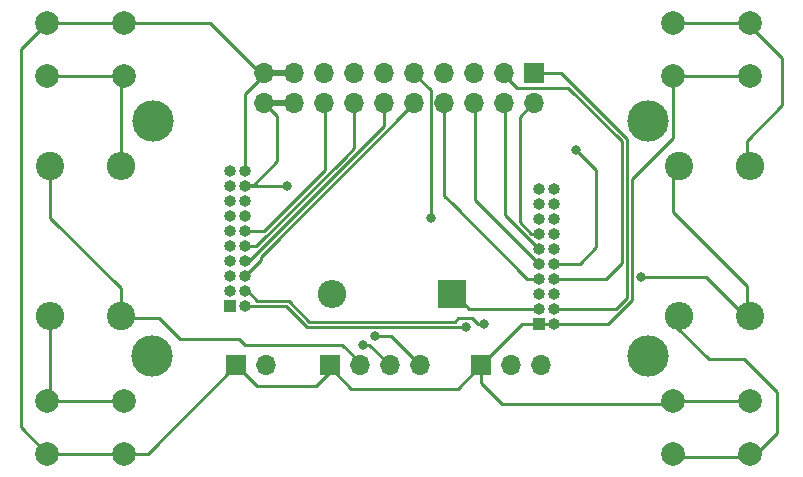
<source format=gbr>
%TF.GenerationSoftware,KiCad,Pcbnew,(6.0.5)*%
%TF.CreationDate,2023-09-26T15:27:10-04:00*%
%TF.ProjectId,lcd_128_io_board,6c63645f-3132-4385-9f69-6f5f626f6172,rev?*%
%TF.SameCoordinates,Original*%
%TF.FileFunction,Copper,L1,Top*%
%TF.FilePolarity,Positive*%
%FSLAX46Y46*%
G04 Gerber Fmt 4.6, Leading zero omitted, Abs format (unit mm)*
G04 Created by KiCad (PCBNEW (6.0.5)) date 2023-09-26 15:27:10*
%MOMM*%
%LPD*%
G01*
G04 APERTURE LIST*
%TA.AperFunction,ComponentPad*%
%ADD10C,2.000000*%
%TD*%
%TA.AperFunction,ComponentPad*%
%ADD11R,1.700000X1.700000*%
%TD*%
%TA.AperFunction,ComponentPad*%
%ADD12O,1.700000X1.700000*%
%TD*%
%TA.AperFunction,ComponentPad*%
%ADD13C,2.400000*%
%TD*%
%TA.AperFunction,ComponentPad*%
%ADD14O,2.400000X2.400000*%
%TD*%
%TA.AperFunction,ComponentPad*%
%ADD15R,2.400000X2.400000*%
%TD*%
%TA.AperFunction,ComponentPad*%
%ADD16R,1.000000X1.000000*%
%TD*%
%TA.AperFunction,ComponentPad*%
%ADD17O,1.000000X1.000000*%
%TD*%
%TA.AperFunction,ViaPad*%
%ADD18C,3.500000*%
%TD*%
%TA.AperFunction,ViaPad*%
%ADD19C,0.800000*%
%TD*%
%TA.AperFunction,Conductor*%
%ADD20C,0.250000*%
%TD*%
%TA.AperFunction,Conductor*%
%ADD21C,0.500000*%
%TD*%
G04 APERTURE END LIST*
D10*
%TO.P,SW1,1,1*%
%TO.N,GND*%
X159250000Y-126500000D03*
X152750000Y-126500000D03*
%TO.P,SW1,2,2*%
%TO.N,GP28*%
X159250000Y-131000000D03*
X152750000Y-131000000D03*
%TD*%
D11*
%TO.P,J5,1,Pin_1*%
%TO.N,GND*%
X123700000Y-123500000D03*
D12*
%TO.P,J5,2,Pin_2*%
%TO.N,VDD*%
X126240000Y-123500000D03*
%TO.P,J5,3,Pin_3*%
%TO.N,SDA*%
X128780000Y-123500000D03*
%TO.P,J5,4,Pin_4*%
%TO.N,SCL*%
X131320000Y-123500000D03*
%TD*%
D13*
%TO.P,R4,1*%
%TO.N,VDD*%
X159250000Y-119350000D03*
D14*
%TO.P,R4,2*%
%TO.N,GP27*%
X159250000Y-106650000D03*
%TD*%
D10*
%TO.P,SW3,1,1*%
%TO.N,GND*%
X99750000Y-94500000D03*
X106250000Y-94500000D03*
%TO.P,SW3,2,2*%
%TO.N,GP14*%
X99750000Y-99000000D03*
X106250000Y-99000000D03*
%TD*%
D11*
%TO.P,J6,1,Pin_1*%
%TO.N,AREF*%
X141000000Y-98725000D03*
D12*
%TO.P,J6,2,Pin_2*%
%TO.N,GP19*%
X141000000Y-101265000D03*
%TO.P,J6,3,Pin_3*%
%TO.N,RUN*%
X138460000Y-98725000D03*
%TO.P,J6,4,Pin_4*%
%TO.N,GP20*%
X138460000Y-101265000D03*
%TO.P,J6,5,Pin_5*%
%TO.N,BAT_ADC*%
X135920000Y-98725000D03*
%TO.P,J6,6,Pin_6*%
%TO.N,GP21*%
X135920000Y-101265000D03*
%TO.P,J6,7,Pin_7*%
%TO.N,GP26*%
X133380000Y-98725000D03*
%TO.P,J6,8,Pin_8*%
%TO.N,GP22*%
X133380000Y-101265000D03*
%TO.P,J6,9,Pin_9*%
%TO.N,GP18*%
X130840000Y-98725000D03*
%TO.P,J6,10,Pin_10*%
%TO.N,GP2*%
X130840000Y-101265000D03*
%TO.P,J6,11,Pin_11*%
%TO.N,GP17*%
X128300000Y-98725000D03*
%TO.P,J6,12,Pin_12*%
%TO.N,GP3*%
X128300000Y-101265000D03*
%TO.P,J6,13,Pin_13*%
%TO.N,GP16*%
X125760000Y-98725000D03*
%TO.P,J6,14,Pin_14*%
%TO.N,GP4*%
X125760000Y-101265000D03*
%TO.P,J6,15,Pin_15*%
%TO.N,GP15*%
X123220000Y-98725000D03*
%TO.P,J6,16,Pin_16*%
%TO.N,GP5*%
X123220000Y-101265000D03*
%TO.P,J6,17,Pin_17*%
%TO.N,GND*%
X120680000Y-98725000D03*
%TO.P,J6,18,Pin_18*%
%TO.N,VDD*%
X120680000Y-101265000D03*
%TO.P,J6,19,Pin_19*%
%TO.N,GND*%
X118140000Y-98725000D03*
%TO.P,J6,20,Pin_20*%
%TO.N,VDD*%
X118140000Y-101265000D03*
%TD*%
D15*
%TO.P,D1,1,K*%
%TO.N,VDD*%
X134000000Y-117500000D03*
D14*
%TO.P,D1,2,A*%
%TO.N,Net-(D1-Pad2)*%
X123840000Y-117500000D03*
%TD*%
D11*
%TO.P,J1,1,Pin_1*%
%TO.N,GND*%
X136475000Y-123500000D03*
D12*
%TO.P,J1,2,Pin_2*%
%TO.N,UART_TX*%
X139015000Y-123500000D03*
%TO.P,J1,3,Pin_3*%
%TO.N,UART_RX*%
X141555000Y-123500000D03*
%TD*%
D11*
%TO.P,J2,1,Pin_1*%
%TO.N,GND*%
X115725000Y-123500000D03*
D12*
%TO.P,J2,2,Pin_2*%
%TO.N,Net-(D1-Pad2)*%
X118265000Y-123500000D03*
%TD*%
D13*
%TO.P,R1,1*%
%TO.N,VDD*%
X153250000Y-106650000D03*
D14*
%TO.P,R1,2*%
%TO.N,GP28*%
X153250000Y-119350000D03*
%TD*%
D10*
%TO.P,SW4,1,1*%
%TO.N,GND*%
X159250000Y-99000000D03*
X152750000Y-99000000D03*
%TO.P,SW4,2,2*%
%TO.N,GP27*%
X159250000Y-94500000D03*
X152750000Y-94500000D03*
%TD*%
D13*
%TO.P,R3,1*%
%TO.N,VDD*%
X106000000Y-119350000D03*
D14*
%TO.P,R3,2*%
%TO.N,GP14*%
X106000000Y-106650000D03*
%TD*%
D13*
%TO.P,R2,1*%
%TO.N,VDD*%
X100000000Y-106650000D03*
D14*
%TO.P,R2,2*%
%TO.N,GP13*%
X100000000Y-119350000D03*
%TD*%
D10*
%TO.P,SW2,1,1*%
%TO.N,GND*%
X99750000Y-131000000D03*
X106250000Y-131000000D03*
%TO.P,SW2,2,2*%
%TO.N,GP13*%
X106250000Y-126500000D03*
X99750000Y-126500000D03*
%TD*%
D16*
%TO.P,J3,1,Pin_1*%
%TO.N,LCD_DC*%
X115230000Y-118500000D03*
D17*
%TO.P,J3,2,Pin_2*%
%TO.N,UART_TX*%
X116500000Y-118500000D03*
%TO.P,J3,3,Pin_3*%
%TO.N,LCD_CS*%
X115230000Y-117230000D03*
%TO.P,J3,4,Pin_4*%
%TO.N,UART_RX*%
X116500000Y-117230000D03*
%TO.P,J3,5,Pin_5*%
%TO.N,LCD_CLK*%
X115230000Y-115960000D03*
%TO.P,J3,6,Pin_6*%
%TO.N,GP2*%
X116500000Y-115960000D03*
%TO.P,J3,7,Pin_7*%
%TO.N,LCD_DIN*%
X115230000Y-114690000D03*
%TO.P,J3,8,Pin_8*%
%TO.N,GP3*%
X116500000Y-114690000D03*
%TO.P,J3,9,Pin_9*%
%TO.N,LCD_RST*%
X115230000Y-113420000D03*
%TO.P,J3,10,Pin_10*%
%TO.N,GP4*%
X116500000Y-113420000D03*
%TO.P,J3,11,Pin_11*%
%TO.N,GP13*%
X115230000Y-112150000D03*
%TO.P,J3,12,Pin_12*%
%TO.N,GP5*%
X116500000Y-112150000D03*
%TO.P,J3,13,Pin_13*%
%TO.N,GP14*%
X115230000Y-110880000D03*
%TO.P,J3,14,Pin_14*%
%TO.N,SDA*%
X116500000Y-110880000D03*
%TO.P,J3,15,Pin_15*%
%TO.N,GP15*%
X115230000Y-109610000D03*
%TO.P,J3,16,Pin_16*%
%TO.N,SCL*%
X116500000Y-109610000D03*
%TO.P,J3,17,Pin_17*%
%TO.N,SWCLK*%
X115230000Y-108340000D03*
%TO.P,J3,18,Pin_18*%
%TO.N,VDD*%
X116500000Y-108340000D03*
%TO.P,J3,19,Pin_19*%
%TO.N,SWDIO*%
X115230000Y-107070000D03*
%TO.P,J3,20,Pin_20*%
%TO.N,GND*%
X116500000Y-107070000D03*
%TD*%
D16*
%TO.P,J4,1,Pin_1*%
%TO.N,GND*%
X141375000Y-119975000D03*
D17*
%TO.P,J4,2,Pin_2*%
X142645000Y-119975000D03*
%TO.P,J4,3,Pin_3*%
%TO.N,VDD*%
X141375000Y-118705000D03*
%TO.P,J4,4,Pin_4*%
%TO.N,AREF*%
X142645000Y-118705000D03*
%TO.P,J4,5,Pin_5*%
%TO.N,IMU_INT1*%
X141375000Y-117435000D03*
%TO.P,J4,6,Pin_6*%
%TO.N,BOOT*%
X142645000Y-117435000D03*
%TO.P,J4,7,Pin_7*%
%TO.N,GP22*%
X141375000Y-116165000D03*
%TO.P,J4,8,Pin_8*%
%TO.N,RUN*%
X142645000Y-116165000D03*
%TO.P,J4,9,Pin_9*%
%TO.N,GP21*%
X141375000Y-114895000D03*
%TO.P,J4,10,Pin_10*%
%TO.N,BAT_ADC*%
X142645000Y-114895000D03*
%TO.P,J4,11,Pin_11*%
%TO.N,GP20*%
X141375000Y-113625000D03*
%TO.P,J4,12,Pin_12*%
%TO.N,GP28*%
X142645000Y-113625000D03*
%TO.P,J4,13,Pin_13*%
%TO.N,GP19*%
X141375000Y-112355000D03*
%TO.P,J4,14,Pin_14*%
%TO.N,GP27*%
X142645000Y-112355000D03*
%TO.P,J4,15,Pin_15*%
%TO.N,GP18*%
X141375000Y-111085000D03*
%TO.P,J4,16,Pin_16*%
%TO.N,GP26*%
X142645000Y-111085000D03*
%TO.P,J4,17,Pin_17*%
%TO.N,GP17*%
X141375000Y-109815000D03*
%TO.P,J4,18,Pin_18*%
%TO.N,LCD_BL*%
X142645000Y-109815000D03*
%TO.P,J4,19,Pin_19*%
%TO.N,GP16*%
X141375000Y-108545000D03*
%TO.P,J4,20,Pin_20*%
%TO.N,IMU_INT2*%
X142645000Y-108545000D03*
%TD*%
D18*
%TO.N,*%
X150620000Y-122750000D03*
X108630000Y-122740000D03*
X108680000Y-102810000D03*
X150600000Y-102840000D03*
D19*
%TO.N,VDD*%
X150000000Y-116000000D03*
X120090000Y-108340000D03*
%TO.N,UART_TX*%
X135250000Y-120250000D03*
%TO.N,UART_RX*%
X136750000Y-120000000D03*
%TO.N,SDA*%
X126500000Y-121750000D03*
%TO.N,SCL*%
X127500000Y-121000000D03*
%TO.N,BAT_ADC*%
X144500000Y-105250000D03*
%TO.N,GP18*%
X132250000Y-111000000D03*
%TD*%
D20*
%TO.N,VDD*%
X109250000Y-119500000D02*
X106000000Y-119500000D01*
X135455000Y-118705000D02*
X134250000Y-117500000D01*
D21*
X120680000Y-101265000D02*
X118265000Y-101265000D01*
D20*
X141375000Y-118705000D02*
X135455000Y-118705000D01*
X159000000Y-119500000D02*
X155500000Y-116000000D01*
X119250000Y-106250000D02*
X117250000Y-108250000D01*
X116000000Y-121250000D02*
X111000000Y-121250000D01*
X106000000Y-119350000D02*
X106000000Y-117000000D01*
X159000000Y-116750000D02*
X152750000Y-110500000D01*
X111000000Y-121250000D02*
X109250000Y-119500000D01*
X155500000Y-116000000D02*
X150000000Y-116000000D01*
X126250000Y-123250000D02*
X124750000Y-121750000D01*
X159000000Y-119350000D02*
X159000000Y-116750000D01*
X152750000Y-110500000D02*
X152750000Y-106500000D01*
X117250000Y-108250000D02*
X116500000Y-108250000D01*
X124750000Y-121750000D02*
X116500000Y-121750000D01*
X116500000Y-108340000D02*
X120090000Y-108340000D01*
X100000000Y-111000000D02*
X100000000Y-106250000D01*
X119250000Y-102375000D02*
X119250000Y-106250000D01*
X118140000Y-101265000D02*
X119250000Y-102375000D01*
X126250000Y-123750000D02*
X126250000Y-123250000D01*
X116500000Y-121750000D02*
X116000000Y-121250000D01*
X106000000Y-117000000D02*
X100000000Y-111000000D01*
%TO.N,GP22*%
X141375000Y-116165000D02*
X140415000Y-116165000D01*
X133380000Y-101265000D02*
X133380000Y-109130000D01*
X133380000Y-109130000D02*
X134000000Y-109750000D01*
X140415000Y-116165000D02*
X134000000Y-109750000D01*
%TO.N,GP20*%
X138500000Y-110750000D02*
X138500000Y-101250000D01*
X141375000Y-113625000D02*
X138500000Y-110750000D01*
%TO.N,GP21*%
X141000000Y-115000000D02*
X141250000Y-115000000D01*
X136000000Y-109520000D02*
X136000000Y-109500000D01*
X136000000Y-109500000D02*
X136000000Y-101250000D01*
X141375000Y-114895000D02*
X136000000Y-109520000D01*
%TO.N,GP19*%
X140740718Y-112355000D02*
X139750000Y-111364282D01*
X141375000Y-112355000D02*
X140740718Y-112355000D01*
X139750000Y-102500000D02*
X141000000Y-101250000D01*
X139750000Y-111364282D02*
X139750000Y-102500000D01*
%TO.N,GND*%
X136475000Y-123500000D02*
X136475000Y-124975000D01*
X106250000Y-94500000D02*
X99750000Y-94500000D01*
X108250000Y-131000000D02*
X115750000Y-123500000D01*
X147275000Y-119975000D02*
X142645000Y-119975000D01*
X97500000Y-128000000D02*
X97500000Y-97250000D01*
X113500000Y-94500000D02*
X106250000Y-94500000D01*
X123700000Y-124050000D02*
X122500000Y-125250000D01*
X125475000Y-125475000D02*
X123750000Y-123750000D01*
X136475000Y-124975000D02*
X138250000Y-126750000D01*
X116500000Y-107070000D02*
X116500000Y-100500000D01*
X149275489Y-117974511D02*
X147275000Y-119975000D01*
X152750000Y-126500000D02*
X159250000Y-126500000D01*
X149275489Y-107724511D02*
X149275489Y-117974511D01*
X100000000Y-94250000D02*
X97500000Y-96750000D01*
X106250000Y-131000000D02*
X108250000Y-131000000D01*
X99750000Y-131000000D02*
X97500000Y-128750000D01*
D21*
X118140000Y-98725000D02*
X120725000Y-98725000D01*
D20*
X152750000Y-99000000D02*
X152750000Y-104250000D01*
X134500000Y-125475000D02*
X125475000Y-125475000D01*
X159250000Y-99000000D02*
X152750000Y-99000000D01*
X113750000Y-94750000D02*
X118000000Y-99000000D01*
X139975000Y-120000000D02*
X142750000Y-120000000D01*
X97500000Y-128750000D02*
X97500000Y-128000000D01*
X136475000Y-123500000D02*
X134500000Y-125475000D01*
X122500000Y-125250000D02*
X117500000Y-125250000D01*
X136475000Y-123500000D02*
X139975000Y-120000000D01*
X138250000Y-126750000D02*
X152750000Y-126750000D01*
X113750000Y-94750000D02*
X113500000Y-94500000D01*
X159250000Y-99250000D02*
X159500000Y-99000000D01*
X152750000Y-104250000D02*
X149275489Y-107724511D01*
X117500000Y-125250000D02*
X115750000Y-123500000D01*
X123700000Y-123500000D02*
X123700000Y-124050000D01*
X99750000Y-131000000D02*
X107000000Y-131000000D01*
X97500000Y-96750000D02*
X97500000Y-97250000D01*
X116500000Y-100500000D02*
X118250000Y-98750000D01*
%TO.N,UART_TX*%
X120000000Y-118500000D02*
X121500000Y-120000000D01*
X118500000Y-118500000D02*
X120000000Y-118500000D01*
X116500000Y-118500000D02*
X117750000Y-118500000D01*
X121750000Y-120250000D02*
X135250000Y-120250000D01*
X117750000Y-118500000D02*
X118500000Y-118500000D01*
X121500000Y-120000000D02*
X121750000Y-120250000D01*
%TO.N,UART_RX*%
X116750000Y-117250000D02*
X116500000Y-117250000D01*
X121936198Y-119800480D02*
X120186198Y-118050480D01*
X120186198Y-118050480D02*
X117550480Y-118050480D01*
X117550480Y-118050480D02*
X116750000Y-117250000D01*
X134550480Y-119500000D02*
X134250000Y-119800480D01*
X134250000Y-119800480D02*
X121936198Y-119800480D01*
X135750000Y-119500000D02*
X134550480Y-119500000D01*
X136250000Y-120000000D02*
X135750000Y-119500000D01*
X136750000Y-120000000D02*
X136250000Y-120000000D01*
%TO.N,GP2*%
X117828577Y-114631423D02*
X117828577Y-114328577D01*
X117828577Y-114328577D02*
X130907154Y-101250000D01*
X130907154Y-101250000D02*
X131000000Y-101250000D01*
X116500000Y-115960000D02*
X117828577Y-114631423D01*
X131000000Y-101500000D02*
X130750000Y-101250000D01*
%TO.N,GP3*%
X128250000Y-103271436D02*
X128250000Y-101250000D01*
X116831436Y-114690000D02*
X128250000Y-103271436D01*
X116500000Y-114690000D02*
X116831436Y-114690000D01*
%TO.N,GP4*%
X125760000Y-101265000D02*
X125760000Y-105125718D01*
X116500000Y-113420000D02*
X117465718Y-113420000D01*
X117465718Y-113420000D02*
X124942859Y-105942859D01*
X125760000Y-105125718D02*
X124942859Y-105942859D01*
%TO.N,GP13*%
X99750000Y-126500000D02*
X100000000Y-126250000D01*
X100000000Y-119350000D02*
X100000000Y-125000000D01*
X106250000Y-126500000D02*
X99750000Y-126500000D01*
X100000000Y-126250000D02*
X100000000Y-125000000D01*
%TO.N,GP5*%
X123250000Y-107000000D02*
X123250000Y-101500000D01*
X118100000Y-112150000D02*
X123250000Y-107000000D01*
X116500000Y-112150000D02*
X118100000Y-112150000D01*
%TO.N,GP14*%
X106000000Y-99000000D02*
X106000000Y-107000000D01*
X105750000Y-98750000D02*
X106000000Y-99000000D01*
X99750000Y-99000000D02*
X105750000Y-99000000D01*
%TO.N,SDA*%
X128780000Y-123500000D02*
X127030000Y-121750000D01*
X127030000Y-121750000D02*
X126500000Y-121750000D01*
%TO.N,SCL*%
X131320000Y-123500000D02*
X128820000Y-121000000D01*
X128820000Y-121000000D02*
X127500000Y-121000000D01*
%TO.N,AREF*%
X147909282Y-118705000D02*
X148825969Y-117788313D01*
X142645000Y-118705000D02*
X147909282Y-118705000D01*
X148825969Y-117788313D02*
X148825969Y-104325969D01*
X143250000Y-98750000D02*
X141000000Y-98750000D01*
X148825969Y-104325969D02*
X143250000Y-98750000D01*
%TO.N,RUN*%
X148376449Y-104512167D02*
X143864282Y-100000000D01*
X148376449Y-114873551D02*
X148376449Y-104512167D01*
X139500000Y-100000000D02*
X138250000Y-98750000D01*
X143864282Y-100000000D02*
X139500000Y-100000000D01*
X147085000Y-116165000D02*
X148376449Y-114873551D01*
X142645000Y-116165000D02*
X147085000Y-116165000D01*
%TO.N,BAT_ADC*%
X146250000Y-113500000D02*
X146250000Y-107000000D01*
X146250000Y-107000000D02*
X144500000Y-105250000D01*
X142645000Y-114895000D02*
X144855000Y-114895000D01*
X144855000Y-114895000D02*
X146250000Y-113500000D01*
%TO.N,GP28*%
X158750000Y-123000000D02*
X155750000Y-123000000D01*
X152750000Y-131250000D02*
X159500000Y-131250000D01*
X161500000Y-129250000D02*
X161500000Y-125750000D01*
X161500000Y-125750000D02*
X158750000Y-123000000D01*
X153000000Y-120250000D02*
X153000000Y-119500000D01*
X155750000Y-123000000D02*
X153000000Y-120250000D01*
X159500000Y-131250000D02*
X161500000Y-129250000D01*
%TO.N,GP27*%
X159000000Y-104500000D02*
X162000000Y-101500000D01*
X162000000Y-101500000D02*
X162000000Y-97500000D01*
X159250000Y-94500000D02*
X152750000Y-94500000D01*
X159000000Y-106650000D02*
X159000000Y-104500000D01*
X162000000Y-97500000D02*
X159000000Y-94500000D01*
%TO.N,GP18*%
X132205489Y-110794511D02*
X132205489Y-100205489D01*
X132000000Y-111000000D02*
X132205489Y-110794511D01*
X132205489Y-100205489D02*
X130750000Y-98750000D01*
%TD*%
M02*

</source>
